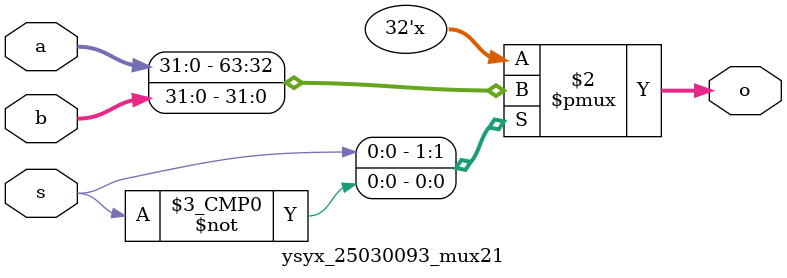
<source format=v>

module ysyx_25030093_mux21(
    input [31:0] a,
    input [31:0] b,
    input s,
    output  reg [31:0] o
);

always @(*) begin
    case(s)
    1'b1: o = a;
    1'b0: o = b;
    endcase
end

endmodule
</source>
